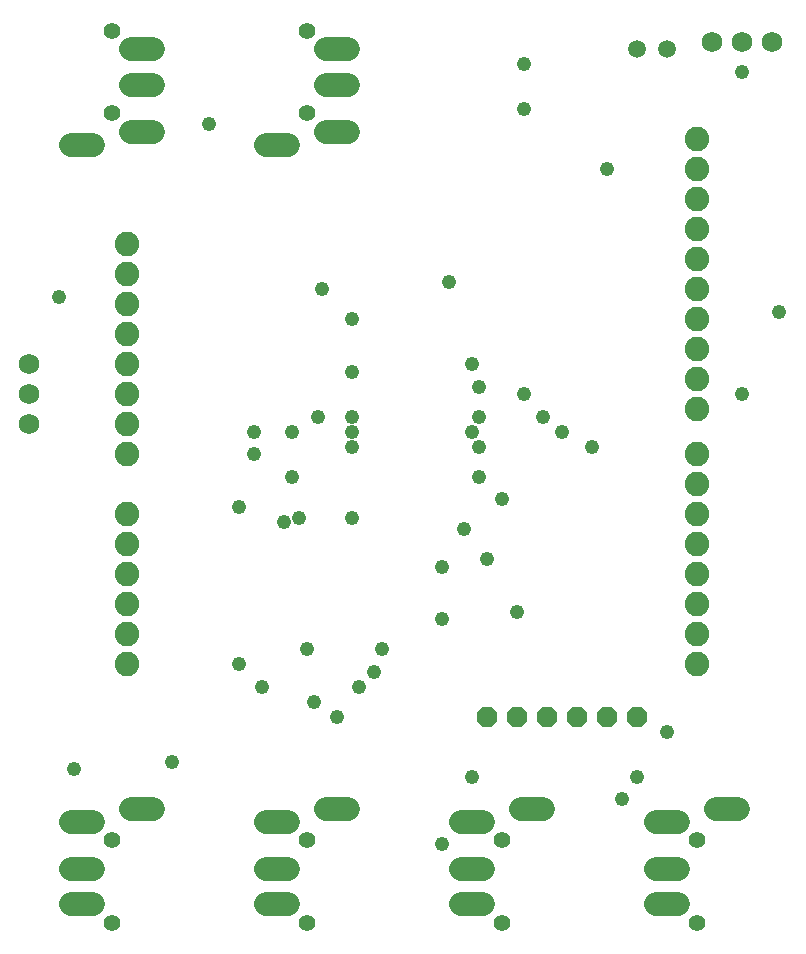
<source format=gbs>
G75*
%MOIN*%
%OFA0B0*%
%FSLAX25Y25*%
%IPPOS*%
%LPD*%
%AMOC8*
5,1,8,0,0,1.08239X$1,22.5*
%
%ADD10C,0.05950*%
%ADD11C,0.08200*%
%ADD12C,0.06800*%
%ADD13OC8,0.06800*%
%ADD14C,0.05524*%
%ADD15C,0.07887*%
%ADD16C,0.04762*%
D10*
X0214300Y0306874D03*
X0224300Y0306874D03*
D11*
X0234300Y0276874D03*
X0234300Y0266874D03*
X0234300Y0256874D03*
X0234300Y0246874D03*
X0234300Y0236874D03*
X0234300Y0226874D03*
X0234300Y0216874D03*
X0234300Y0206874D03*
X0234300Y0196874D03*
X0234300Y0186874D03*
X0234300Y0171874D03*
X0234300Y0161874D03*
X0234300Y0151874D03*
X0234300Y0141874D03*
X0234300Y0131874D03*
X0234300Y0121874D03*
X0234300Y0111874D03*
X0234300Y0101874D03*
X0044300Y0101874D03*
X0044300Y0111874D03*
X0044300Y0121874D03*
X0044300Y0131874D03*
X0044300Y0141874D03*
X0044300Y0151874D03*
X0044300Y0171874D03*
X0044300Y0181874D03*
X0044300Y0191874D03*
X0044300Y0201874D03*
X0044300Y0211874D03*
X0044300Y0221874D03*
X0044300Y0231874D03*
X0044300Y0241874D03*
D12*
X0011800Y0201874D03*
X0011800Y0191874D03*
X0011800Y0181874D03*
X0239300Y0309374D03*
X0249300Y0309374D03*
X0259300Y0309374D03*
D13*
X0214300Y0084374D03*
X0204300Y0084374D03*
X0194300Y0084374D03*
X0184300Y0084374D03*
X0174300Y0084374D03*
X0164300Y0084374D03*
D14*
X0169300Y0043232D03*
X0169300Y0015673D03*
X0104300Y0015673D03*
X0104300Y0043232D03*
X0039300Y0043232D03*
X0039300Y0015673D03*
X0234300Y0015673D03*
X0234300Y0043232D03*
X0104300Y0285516D03*
X0104300Y0313075D03*
X0039300Y0313075D03*
X0039300Y0285516D03*
D15*
X0032843Y0021874D02*
X0025757Y0021874D01*
X0025757Y0033749D02*
X0032843Y0033749D01*
X0032843Y0049374D02*
X0025757Y0049374D01*
X0045757Y0053749D02*
X0052843Y0053749D01*
X0090757Y0049374D02*
X0097843Y0049374D01*
X0110757Y0053749D02*
X0117843Y0053749D01*
X0097843Y0033749D02*
X0090757Y0033749D01*
X0090757Y0021874D02*
X0097843Y0021874D01*
X0155757Y0021874D02*
X0162843Y0021874D01*
X0162843Y0033749D02*
X0155757Y0033749D01*
X0155757Y0049374D02*
X0162843Y0049374D01*
X0175757Y0053749D02*
X0182843Y0053749D01*
X0220757Y0049374D02*
X0227843Y0049374D01*
X0240757Y0053749D02*
X0247843Y0053749D01*
X0227843Y0033749D02*
X0220757Y0033749D01*
X0220757Y0021874D02*
X0227843Y0021874D01*
X0097843Y0274999D02*
X0090757Y0274999D01*
X0110757Y0279374D02*
X0117843Y0279374D01*
X0117843Y0294999D02*
X0110757Y0294999D01*
X0110757Y0306874D02*
X0117843Y0306874D01*
X0052843Y0306874D02*
X0045757Y0306874D01*
X0045757Y0294999D02*
X0052843Y0294999D01*
X0052843Y0279374D02*
X0045757Y0279374D01*
X0032843Y0274999D02*
X0025757Y0274999D01*
D16*
X0021800Y0224374D03*
X0071800Y0281874D03*
X0109300Y0226874D03*
X0119300Y0216874D03*
X0119300Y0199374D03*
X0119300Y0184374D03*
X0119300Y0179374D03*
X0119300Y0174374D03*
X0108050Y0184374D03*
X0099300Y0179374D03*
X0099300Y0164374D03*
X0101800Y0150624D03*
X0096800Y0149374D03*
X0081800Y0154374D03*
X0086800Y0171874D03*
X0086800Y0179374D03*
X0119300Y0150624D03*
X0149300Y0134374D03*
X0156800Y0146874D03*
X0164300Y0136874D03*
X0174300Y0119374D03*
X0149300Y0116874D03*
X0129300Y0106874D03*
X0126800Y0099374D03*
X0121800Y0094374D03*
X0114300Y0084374D03*
X0106800Y0089374D03*
X0104300Y0106874D03*
X0089300Y0094374D03*
X0081800Y0101874D03*
X0059300Y0069374D03*
X0026800Y0066874D03*
X0149300Y0041874D03*
X0159300Y0064374D03*
X0209300Y0056874D03*
X0214300Y0064374D03*
X0224300Y0079374D03*
X0169300Y0156874D03*
X0161800Y0164374D03*
X0161800Y0174374D03*
X0159300Y0179374D03*
X0161800Y0184374D03*
X0161800Y0194374D03*
X0159300Y0201874D03*
X0176800Y0191874D03*
X0182843Y0184374D03*
X0189300Y0179374D03*
X0199300Y0174374D03*
X0151800Y0229374D03*
X0176800Y0286874D03*
X0176800Y0301874D03*
X0204300Y0266874D03*
X0249300Y0299374D03*
X0261800Y0219374D03*
X0249300Y0191874D03*
M02*

</source>
